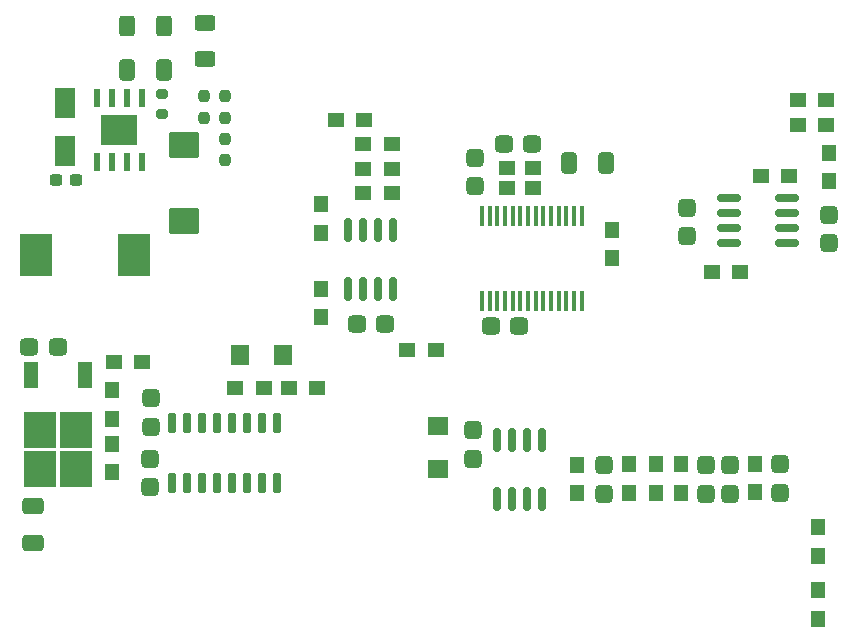
<source format=gtp>
G04 #@! TF.GenerationSoftware,KiCad,Pcbnew,6.0.9-8da3e8f707~116~ubuntu22.04.1*
G04 #@! TF.CreationDate,2022-11-07T13:02:19+01:00*
G04 #@! TF.ProjectId,SRSE2,53525345-322e-46b6-9963-61645f706362,1.1*
G04 #@! TF.SameCoordinates,Original*
G04 #@! TF.FileFunction,Paste,Top*
G04 #@! TF.FilePolarity,Positive*
%FSLAX46Y46*%
G04 Gerber Fmt 4.6, Leading zero omitted, Abs format (unit mm)*
G04 Created by KiCad (PCBNEW 6.0.9-8da3e8f707~116~ubuntu22.04.1) date 2022-11-07 13:02:19*
%MOMM*%
%LPD*%
G01*
G04 APERTURE LIST*
G04 Aperture macros list*
%AMRoundRect*
0 Rectangle with rounded corners*
0 $1 Rounding radius*
0 $2 $3 $4 $5 $6 $7 $8 $9 X,Y pos of 4 corners*
0 Add a 4 corners polygon primitive as box body*
4,1,4,$2,$3,$4,$5,$6,$7,$8,$9,$2,$3,0*
0 Add four circle primitives for the rounded corners*
1,1,$1+$1,$2,$3*
1,1,$1+$1,$4,$5*
1,1,$1+$1,$6,$7*
1,1,$1+$1,$8,$9*
0 Add four rect primitives between the rounded corners*
20,1,$1+$1,$2,$3,$4,$5,0*
20,1,$1+$1,$4,$5,$6,$7,0*
20,1,$1+$1,$6,$7,$8,$9,0*
20,1,$1+$1,$8,$9,$2,$3,0*%
G04 Aperture macros list end*
%ADD10RoundRect,0.308850X-0.441150X-0.416150X0.441150X-0.416150X0.441150X0.416150X-0.441150X0.416150X0*%
%ADD11RoundRect,0.308850X0.441150X0.416150X-0.441150X0.416150X-0.441150X-0.416150X0.441150X-0.416150X0*%
%ADD12RoundRect,0.308850X-0.416150X0.441150X-0.416150X-0.441150X0.416150X-0.441150X0.416150X0.441150X0*%
%ADD13RoundRect,0.308850X0.416150X-0.441150X0.416150X0.441150X-0.416150X0.441150X-0.416150X-0.441150X0*%
%ADD14R,1.350000X1.300000*%
%ADD15R,1.300000X1.350000*%
%ADD16RoundRect,0.150000X-0.825000X-0.150000X0.825000X-0.150000X0.825000X0.150000X-0.825000X0.150000X0*%
%ADD17RoundRect,0.150000X-0.150000X0.825000X-0.150000X-0.825000X0.150000X-0.825000X0.150000X0.825000X0*%
%ADD18R,1.700000X1.500000*%
%ADD19R,1.500000X1.700000*%
%ADD20R,0.406400X1.651000*%
%ADD21R,1.400000X1.200000*%
%ADD22RoundRect,0.150000X0.150000X-0.725000X0.150000X0.725000X-0.150000X0.725000X-0.150000X-0.725000X0*%
%ADD23R,2.750000X3.050000*%
%ADD24R,1.200000X2.200000*%
%ADD25RoundRect,0.237500X-0.237500X0.250000X-0.237500X-0.250000X0.237500X-0.250000X0.237500X0.250000X0*%
%ADD26RoundRect,0.237500X0.237500X-0.250000X0.237500X0.250000X-0.237500X0.250000X-0.237500X-0.250000X0*%
%ADD27RoundRect,0.250000X-0.650000X0.412500X-0.650000X-0.412500X0.650000X-0.412500X0.650000X0.412500X0*%
%ADD28RoundRect,0.250000X1.025000X-0.875000X1.025000X0.875000X-1.025000X0.875000X-1.025000X-0.875000X0*%
%ADD29R,2.700000X3.600000*%
%ADD30RoundRect,0.250000X0.400000X0.625000X-0.400000X0.625000X-0.400000X-0.625000X0.400000X-0.625000X0*%
%ADD31RoundRect,0.250000X-0.412500X-0.650000X0.412500X-0.650000X0.412500X0.650000X-0.412500X0.650000X0*%
%ADD32R,1.800000X2.500000*%
%ADD33RoundRect,0.237500X0.300000X0.237500X-0.300000X0.237500X-0.300000X-0.237500X0.300000X-0.237500X0*%
%ADD34RoundRect,0.250000X0.412500X0.650000X-0.412500X0.650000X-0.412500X-0.650000X0.412500X-0.650000X0*%
%ADD35RoundRect,0.250000X0.625000X-0.400000X0.625000X0.400000X-0.625000X0.400000X-0.625000X-0.400000X0*%
%ADD36RoundRect,0.200000X-0.275000X0.200000X-0.275000X-0.200000X0.275000X-0.200000X0.275000X0.200000X0*%
%ADD37R,0.600000X1.550000*%
%ADD38R,3.100000X2.600000*%
G04 APERTURE END LIST*
D10*
X144773500Y-112975000D03*
D11*
X142373500Y-112975000D03*
D12*
X141020800Y-101110900D03*
D13*
X141020800Y-98710900D03*
D11*
X131007000Y-112776000D03*
D10*
X133407000Y-112776000D03*
D12*
X171000000Y-105924200D03*
D13*
X171000000Y-103524200D03*
D12*
X166852600Y-127057000D03*
D13*
X166852600Y-124657000D03*
D12*
X162585400Y-127133200D03*
D13*
X162585400Y-124733200D03*
X160578800Y-124733200D03*
D12*
X160578800Y-127133200D03*
D13*
X151942800Y-124733200D03*
D12*
X151942800Y-127133200D03*
D14*
X131591200Y-101701600D03*
X133991200Y-101701600D03*
X131591200Y-99618800D03*
X133991200Y-99618800D03*
X131591200Y-97536000D03*
X133991200Y-97536000D03*
X165225000Y-100225000D03*
X167625000Y-100225000D03*
D15*
X171000000Y-100700000D03*
X171000000Y-98300000D03*
X149631400Y-127107800D03*
X149631400Y-124707800D03*
X170053000Y-129991000D03*
X170053000Y-132391000D03*
X156337000Y-124657000D03*
X156337000Y-127057000D03*
X158496000Y-124657000D03*
X158496000Y-127057000D03*
D16*
X162525000Y-102095000D03*
X162525000Y-103365000D03*
X162525000Y-104635000D03*
X162525000Y-105905000D03*
X167475000Y-105905000D03*
X167475000Y-104635000D03*
X167475000Y-103365000D03*
X167475000Y-102095000D03*
D14*
X137700000Y-115000000D03*
X135300000Y-115000000D03*
X161106000Y-108381800D03*
X163506000Y-108381800D03*
X129222800Y-95478600D03*
X131622800Y-95478600D03*
D15*
X128016000Y-102635200D03*
X128016000Y-105035200D03*
X128016000Y-112198000D03*
X128016000Y-109798000D03*
D17*
X134112000Y-104840000D03*
X132842000Y-104840000D03*
X131572000Y-104840000D03*
X130302000Y-104840000D03*
X130302000Y-109790000D03*
X131572000Y-109790000D03*
X132842000Y-109790000D03*
X134112000Y-109790000D03*
D14*
X125250000Y-118200000D03*
X127650000Y-118200000D03*
D18*
X137871200Y-125015400D03*
X137871200Y-121415400D03*
D14*
X123150000Y-118200000D03*
X120750000Y-118200000D03*
D19*
X121136000Y-115392200D03*
X124736000Y-115392200D03*
D15*
X164769800Y-124631600D03*
X164769800Y-127031600D03*
D20*
X150070820Y-103601520D03*
X149420580Y-103601520D03*
X148772880Y-103601520D03*
X148122640Y-103601520D03*
X147472400Y-103601520D03*
X146822160Y-103601520D03*
X146171920Y-103601520D03*
X145521680Y-103601520D03*
X144871440Y-103601520D03*
X144221200Y-103601520D03*
X143570960Y-103601520D03*
X142920720Y-103601520D03*
X142273020Y-103601520D03*
X141622780Y-103601520D03*
X141622780Y-110799880D03*
X142273020Y-110799880D03*
X142920720Y-110799880D03*
X143570960Y-110799880D03*
X144221200Y-110799880D03*
X144871440Y-110799880D03*
X145521680Y-110799880D03*
X146171920Y-110799880D03*
X146822160Y-110799880D03*
X147472400Y-110799880D03*
X148122640Y-110799880D03*
X148772880Y-110799880D03*
X149420580Y-110799880D03*
X150070820Y-110799880D03*
D21*
X143743500Y-101243500D03*
X145943500Y-101243500D03*
X145943500Y-99543500D03*
X143743500Y-99543500D03*
D10*
X145898400Y-97497900D03*
D11*
X143498400Y-97497900D03*
D15*
X152615900Y-104781500D03*
X152615900Y-107181500D03*
D13*
X140843000Y-121761400D03*
D12*
X140843000Y-124161400D03*
D15*
X154051000Y-124657000D03*
X154051000Y-127057000D03*
D14*
X168383100Y-95961200D03*
X170783100Y-95961200D03*
X170757700Y-93814900D03*
X168357700Y-93814900D03*
D17*
X146666800Y-122619800D03*
X145396800Y-122619800D03*
X144126800Y-122619800D03*
X142856800Y-122619800D03*
X142856800Y-127569800D03*
X144126800Y-127569800D03*
X145396800Y-127569800D03*
X146666800Y-127569800D03*
D22*
X115392200Y-126273000D03*
X116662200Y-126273000D03*
X117932200Y-126273000D03*
X119202200Y-126273000D03*
X120472200Y-126273000D03*
X121742200Y-126273000D03*
X123012200Y-126273000D03*
X124282200Y-126273000D03*
X124282200Y-121123000D03*
X123012200Y-121123000D03*
X121742200Y-121123000D03*
X120472200Y-121123000D03*
X119202200Y-121123000D03*
X117932200Y-121123000D03*
X116662200Y-121123000D03*
X115392200Y-121123000D03*
D23*
X107225000Y-121725000D03*
X104175000Y-125075000D03*
X107225000Y-125075000D03*
X104175000Y-121725000D03*
D24*
X107980000Y-117100000D03*
X103420000Y-117100000D03*
D10*
X105695600Y-114731800D03*
D11*
X103295600Y-114731800D03*
D15*
X170053000Y-135325000D03*
X170053000Y-137725000D03*
X110286800Y-122929800D03*
X110286800Y-125329800D03*
X110286800Y-120783200D03*
X110286800Y-118383200D03*
D14*
X110458400Y-116027200D03*
X112858400Y-116027200D03*
D13*
X113538000Y-124174400D03*
D12*
X113538000Y-126574400D03*
D13*
X113639600Y-119069000D03*
D12*
X113639600Y-121469000D03*
X159004000Y-105314600D03*
D13*
X159004000Y-102914600D03*
D25*
X118050000Y-93487500D03*
X118050000Y-95312500D03*
D26*
X119837200Y-98905700D03*
X119837200Y-97080700D03*
D27*
X103600000Y-128187500D03*
X103600000Y-131312500D03*
D28*
X116400000Y-104050000D03*
X116400000Y-97650000D03*
D29*
X103900000Y-106900000D03*
X112200000Y-106900000D03*
D30*
X114675000Y-87575000D03*
X111575000Y-87575000D03*
D31*
X148970200Y-99161600D03*
X152095200Y-99161600D03*
D32*
X106324400Y-94088200D03*
X106324400Y-98088200D03*
D33*
X107250000Y-100550000D03*
X105525000Y-100550000D03*
D34*
X114687500Y-91236800D03*
X111562500Y-91236800D03*
D35*
X118200000Y-90350000D03*
X118200000Y-87250000D03*
D36*
X114528600Y-93307400D03*
X114528600Y-94957400D03*
D37*
X109016800Y-99067600D03*
X110286800Y-99067600D03*
X111556800Y-99067600D03*
X112826800Y-99067600D03*
X112826800Y-93667600D03*
X111556800Y-93667600D03*
X110286800Y-93667600D03*
X109016800Y-93667600D03*
D38*
X110921800Y-96367600D03*
D26*
X119837200Y-95324300D03*
X119837200Y-93499300D03*
M02*

</source>
